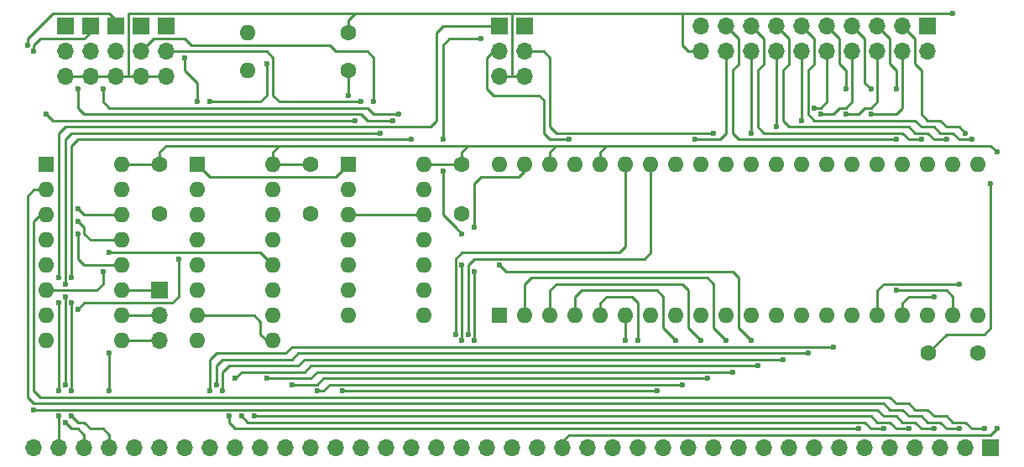
<source format=gtl>
G04 #@! TF.FileFunction,Copper,L1,Top,Signal*
%FSLAX46Y46*%
G04 Gerber Fmt 4.6, Leading zero omitted, Abs format (unit mm)*
G04 Created by KiCad (PCBNEW 4.0.7) date 09/16/19 13:34:44*
%MOMM*%
%LPD*%
G01*
G04 APERTURE LIST*
%ADD10C,0.100000*%
%ADD11C,1.600000*%
%ADD12R,1.700000X1.700000*%
%ADD13O,1.700000X1.700000*%
%ADD14O,1.600000X1.600000*%
%ADD15R,1.600000X1.600000*%
%ADD16C,0.600000*%
%ADD17C,0.250000*%
G04 APERTURE END LIST*
D10*
D11*
X105410000Y-109855000D03*
X105410000Y-114855000D03*
X120650000Y-109855000D03*
X120650000Y-114855000D03*
X135890000Y-109855000D03*
X135890000Y-114855000D03*
D12*
X189230000Y-138430000D03*
D13*
X186690000Y-138430000D03*
X184150000Y-138430000D03*
X181610000Y-138430000D03*
X179070000Y-138430000D03*
X176530000Y-138430000D03*
X173990000Y-138430000D03*
X171450000Y-138430000D03*
X168910000Y-138430000D03*
X166370000Y-138430000D03*
X163830000Y-138430000D03*
X161290000Y-138430000D03*
X158750000Y-138430000D03*
X156210000Y-138430000D03*
X153670000Y-138430000D03*
X151130000Y-138430000D03*
X148590000Y-138430000D03*
X146050000Y-138430000D03*
X143510000Y-138430000D03*
X140970000Y-138430000D03*
X138430000Y-138430000D03*
X135890000Y-138430000D03*
X133350000Y-138430000D03*
X130810000Y-138430000D03*
X128270000Y-138430000D03*
X125730000Y-138430000D03*
X123190000Y-138430000D03*
X120650000Y-138430000D03*
X118110000Y-138430000D03*
X115570000Y-138430000D03*
X113030000Y-138430000D03*
X110490000Y-138430000D03*
X107950000Y-138430000D03*
X105410000Y-138430000D03*
X102870000Y-138430000D03*
X100330000Y-138430000D03*
X97790000Y-138430000D03*
X95250000Y-138430000D03*
X92710000Y-138430000D03*
D12*
X95885000Y-95885000D03*
D13*
X95885000Y-98425000D03*
X95885000Y-100965000D03*
D12*
X98425000Y-95885000D03*
D13*
X98425000Y-98425000D03*
X98425000Y-100965000D03*
D12*
X103505000Y-95885000D03*
D13*
X103505000Y-98425000D03*
X103505000Y-100965000D03*
D12*
X100965000Y-95885000D03*
D13*
X100965000Y-98425000D03*
X100965000Y-100965000D03*
D11*
X124460000Y-100330000D03*
D14*
X114300000Y-100330000D03*
D11*
X124460000Y-96520000D03*
D14*
X114300000Y-96520000D03*
D15*
X93980000Y-109855000D03*
D14*
X101600000Y-127635000D03*
X93980000Y-112395000D03*
X101600000Y-125095000D03*
X93980000Y-114935000D03*
X101600000Y-122555000D03*
X93980000Y-117475000D03*
X101600000Y-120015000D03*
X93980000Y-120015000D03*
X101600000Y-117475000D03*
X93980000Y-122555000D03*
X101600000Y-114935000D03*
X93980000Y-125095000D03*
X101600000Y-112395000D03*
X93980000Y-127635000D03*
X101600000Y-109855000D03*
D15*
X109220000Y-109855000D03*
D14*
X116840000Y-127635000D03*
X109220000Y-112395000D03*
X116840000Y-125095000D03*
X109220000Y-114935000D03*
X116840000Y-122555000D03*
X109220000Y-117475000D03*
X116840000Y-120015000D03*
X109220000Y-120015000D03*
X116840000Y-117475000D03*
X109220000Y-122555000D03*
X116840000Y-114935000D03*
X109220000Y-125095000D03*
X116840000Y-112395000D03*
X109220000Y-127635000D03*
X116840000Y-109855000D03*
D15*
X124460000Y-109855000D03*
D14*
X132080000Y-125095000D03*
X124460000Y-112395000D03*
X132080000Y-122555000D03*
X124460000Y-114935000D03*
X132080000Y-120015000D03*
X124460000Y-117475000D03*
X132080000Y-117475000D03*
X124460000Y-120015000D03*
X132080000Y-114935000D03*
X124460000Y-122555000D03*
X132080000Y-112395000D03*
X124460000Y-125095000D03*
X132080000Y-109855000D03*
D15*
X139700000Y-125095000D03*
D14*
X187960000Y-109855000D03*
X142240000Y-125095000D03*
X185420000Y-109855000D03*
X144780000Y-125095000D03*
X182880000Y-109855000D03*
X147320000Y-125095000D03*
X180340000Y-109855000D03*
X149860000Y-125095000D03*
X177800000Y-109855000D03*
X152400000Y-125095000D03*
X175260000Y-109855000D03*
X154940000Y-125095000D03*
X172720000Y-109855000D03*
X157480000Y-125095000D03*
X170180000Y-109855000D03*
X160020000Y-125095000D03*
X167640000Y-109855000D03*
X162560000Y-125095000D03*
X165100000Y-109855000D03*
X165100000Y-125095000D03*
X162560000Y-109855000D03*
X167640000Y-125095000D03*
X160020000Y-109855000D03*
X170180000Y-125095000D03*
X157480000Y-109855000D03*
X172720000Y-125095000D03*
X154940000Y-109855000D03*
X175260000Y-125095000D03*
X152400000Y-109855000D03*
X177800000Y-125095000D03*
X149860000Y-109855000D03*
X180340000Y-125095000D03*
X147320000Y-109855000D03*
X182880000Y-125095000D03*
X144780000Y-109855000D03*
X185420000Y-125095000D03*
X142240000Y-109855000D03*
X187960000Y-125095000D03*
X139700000Y-109855000D03*
D11*
X187960000Y-128905000D03*
X182960000Y-128905000D03*
D12*
X139700000Y-95885000D03*
D13*
X139700000Y-98425000D03*
X139700000Y-100965000D03*
D12*
X182880000Y-95885000D03*
D13*
X182880000Y-98425000D03*
X180340000Y-95885000D03*
X180340000Y-98425000D03*
X177800000Y-95885000D03*
X177800000Y-98425000D03*
X175260000Y-95885000D03*
X175260000Y-98425000D03*
X172720000Y-95885000D03*
X172720000Y-98425000D03*
X170180000Y-95885000D03*
X170180000Y-98425000D03*
X167640000Y-95885000D03*
X167640000Y-98425000D03*
X165100000Y-95885000D03*
X165100000Y-98425000D03*
X162560000Y-95885000D03*
X162560000Y-98425000D03*
X160020000Y-95885000D03*
X160020000Y-98425000D03*
D12*
X142240000Y-95885000D03*
D13*
X142240000Y-98425000D03*
X142240000Y-100965000D03*
D12*
X106045000Y-95885000D03*
D13*
X106045000Y-98425000D03*
X106045000Y-100965000D03*
D12*
X105410000Y-122555000D03*
D13*
X105410000Y-125095000D03*
X105410000Y-127635000D03*
D16*
X99695000Y-120650000D03*
X189865000Y-108585000D03*
X185420000Y-94615000D03*
X189865000Y-136525000D03*
X189230000Y-111760000D03*
X188595000Y-136525000D03*
X186055000Y-136525000D03*
X92710000Y-134620000D03*
X183515000Y-136525000D03*
X114935000Y-135255000D03*
X180975000Y-136525000D03*
X178435000Y-136525000D03*
X113665000Y-135255000D03*
X175895000Y-136525000D03*
X112395000Y-135255000D03*
X100330000Y-118745000D03*
X100330000Y-128905000D03*
X100330000Y-132715000D03*
X130810000Y-107315000D03*
X96520000Y-135255000D03*
X96520000Y-132715000D03*
X96520000Y-123825000D03*
X96520000Y-121285000D03*
X127635000Y-106680000D03*
X95885000Y-135890000D03*
X95885000Y-132080000D03*
X95885000Y-123190000D03*
X95885000Y-121920000D03*
X146685000Y-107315000D03*
X93980000Y-104775000D03*
X125095000Y-105410000D03*
X97155000Y-114300000D03*
X97155000Y-102235000D03*
X128905000Y-105410000D03*
X92710000Y-98425000D03*
X97155000Y-115570000D03*
X127000000Y-103505000D03*
X116205000Y-99695000D03*
X110490000Y-103505000D03*
X99695000Y-102235000D03*
X129540000Y-104775000D03*
X92075000Y-97790000D03*
X97155000Y-116840000D03*
X124460000Y-102870000D03*
X97155000Y-124460000D03*
X107315000Y-119380000D03*
X109220000Y-103505000D03*
X107950000Y-99060000D03*
X139700000Y-120015000D03*
X165100000Y-127635000D03*
X162560000Y-127635000D03*
X160020000Y-127635000D03*
X157480000Y-127635000D03*
X153670000Y-127635000D03*
X152400000Y-127635000D03*
X137160000Y-116205000D03*
X137160000Y-120650000D03*
X137160000Y-127635000D03*
X136525000Y-127000000D03*
X161290000Y-106680000D03*
X135255000Y-127000000D03*
X123825000Y-132715000D03*
X155575000Y-132715000D03*
X121285000Y-132715000D03*
X158115000Y-132080000D03*
X118745000Y-132080000D03*
X160655000Y-131445000D03*
X116205000Y-131445000D03*
X163195000Y-130810000D03*
X113030000Y-131445000D03*
X165735000Y-130175000D03*
X111760000Y-132715000D03*
X168275000Y-129540000D03*
X111125000Y-132080000D03*
X170815000Y-128905000D03*
X110490000Y-132715000D03*
X173355000Y-128270000D03*
X95250000Y-121285000D03*
X95250000Y-123825000D03*
X95250000Y-132715000D03*
X95250000Y-135255000D03*
X186055000Y-121920000D03*
X186690000Y-106680000D03*
X177165000Y-104775000D03*
X179705000Y-102235000D03*
X183515000Y-123190000D03*
X174625000Y-104775000D03*
X177165000Y-102235000D03*
X172085000Y-104775000D03*
X174625000Y-102235000D03*
X179705000Y-122555000D03*
X171450000Y-104140000D03*
X187325000Y-107315000D03*
X170180000Y-105410000D03*
X184785000Y-107315000D03*
X167640000Y-106045000D03*
X182245000Y-107315000D03*
X165100000Y-106680000D03*
X179705000Y-107315000D03*
X159385000Y-107315000D03*
X133985000Y-110490000D03*
X133985000Y-107315000D03*
X135890000Y-127635000D03*
X135890000Y-116840000D03*
X135890000Y-120015000D03*
X137795000Y-97155000D03*
X125730000Y-103505000D03*
D17*
X104140000Y-94615000D02*
X102235000Y-94615000D01*
X102235000Y-94615000D02*
X102235000Y-100965000D01*
X108585000Y-94615000D02*
X104140000Y-94615000D01*
X125095000Y-94615000D02*
X120650000Y-94615000D01*
X120650000Y-94615000D02*
X108585000Y-94615000D01*
X103505000Y-100965000D02*
X106045000Y-100965000D01*
X100965000Y-100965000D02*
X102235000Y-100965000D01*
X102235000Y-100965000D02*
X103505000Y-100965000D01*
X99695000Y-120650000D02*
X99695000Y-121920000D01*
X124460000Y-96520000D02*
X124460000Y-95250000D01*
X124460000Y-95250000D02*
X125095000Y-94615000D01*
X140970000Y-94615000D02*
X137795000Y-94615000D01*
X137795000Y-94615000D02*
X125095000Y-94615000D01*
X98425000Y-100965000D02*
X100965000Y-100965000D01*
X95885000Y-100965000D02*
X98425000Y-100965000D01*
X99060000Y-122555000D02*
X93980000Y-122555000D01*
X99695000Y-121920000D02*
X99060000Y-122555000D01*
X117475000Y-107950000D02*
X106045000Y-107950000D01*
X105410000Y-108585000D02*
X105410000Y-109855000D01*
X106045000Y-107950000D02*
X105410000Y-108585000D01*
X136525000Y-107950000D02*
X117475000Y-107950000D01*
X116840000Y-108585000D02*
X116840000Y-109855000D01*
X117475000Y-107950000D02*
X116840000Y-108585000D01*
X145415000Y-107950000D02*
X136525000Y-107950000D01*
X135890000Y-108585000D02*
X135890000Y-109855000D01*
X136525000Y-107950000D02*
X135890000Y-108585000D01*
X150495000Y-107950000D02*
X145415000Y-107950000D01*
X144780000Y-108585000D02*
X144780000Y-109855000D01*
X145415000Y-107950000D02*
X144780000Y-108585000D01*
X149860000Y-109855000D02*
X149860000Y-108585000D01*
X150495000Y-107950000D02*
X149860000Y-108585000D01*
X189230000Y-107950000D02*
X150495000Y-107950000D01*
X189230000Y-107950000D02*
X189865000Y-108585000D01*
X140970000Y-100965000D02*
X140970000Y-94615000D01*
X142240000Y-100965000D02*
X140970000Y-100965000D01*
X140970000Y-100965000D02*
X139700000Y-100965000D01*
X160020000Y-98425000D02*
X158750000Y-98425000D01*
X158115000Y-97790000D02*
X158115000Y-94615000D01*
X158750000Y-98425000D02*
X158115000Y-97790000D01*
X158750000Y-94615000D02*
X161290000Y-94615000D01*
X158115000Y-94615000D02*
X158750000Y-94615000D01*
X161290000Y-94615000D02*
X185420000Y-94615000D01*
X140970000Y-94615000D02*
X158115000Y-94615000D01*
X186690000Y-137160000D02*
X189230000Y-137160000D01*
X186690000Y-137160000D02*
X146685000Y-137160000D01*
X146050000Y-137795000D02*
X146685000Y-137160000D01*
X189230000Y-137160000D02*
X189865000Y-136525000D01*
X149860000Y-109220000D02*
X149860000Y-109855000D01*
X135890000Y-109855000D02*
X135890000Y-109220000D01*
X144780000Y-109220000D02*
X144780000Y-109855000D01*
X132080000Y-109855000D02*
X135890000Y-109855000D01*
X116840000Y-109855000D02*
X120650000Y-109855000D01*
X101600000Y-109855000D02*
X105410000Y-109855000D01*
X146050000Y-137795000D02*
X146050000Y-138430000D01*
X182960000Y-128905000D02*
X182960000Y-128825000D01*
X182960000Y-128825000D02*
X184785000Y-127000000D01*
X184785000Y-127000000D02*
X188595000Y-127000000D01*
X188595000Y-127000000D02*
X189230000Y-126365000D01*
X189230000Y-126365000D02*
X189230000Y-111760000D01*
X93980000Y-114935000D02*
X93345000Y-114935000D01*
X93345000Y-114935000D02*
X92710000Y-115570000D01*
X92710000Y-132715000D02*
X93345000Y-133350000D01*
X92710000Y-115570000D02*
X92710000Y-132715000D01*
X116840000Y-133350000D02*
X93345000Y-133350000D01*
X188595000Y-136525000D02*
X187325000Y-136525000D01*
X187325000Y-136525000D02*
X186690000Y-135890000D01*
X186690000Y-135890000D02*
X185420000Y-135890000D01*
X185420000Y-135890000D02*
X184785000Y-135255000D01*
X184785000Y-135255000D02*
X183515000Y-135255000D01*
X183515000Y-135255000D02*
X182880000Y-134620000D01*
X182880000Y-134620000D02*
X181610000Y-134620000D01*
X181610000Y-134620000D02*
X180975000Y-133985000D01*
X180975000Y-133985000D02*
X179705000Y-133985000D01*
X179705000Y-133985000D02*
X179070000Y-133350000D01*
X179070000Y-133350000D02*
X116840000Y-133350000D01*
X92710000Y-133985000D02*
X92075000Y-133350000D01*
X92710000Y-112395000D02*
X93980000Y-112395000D01*
X92075000Y-113030000D02*
X92710000Y-112395000D01*
X92075000Y-133350000D02*
X92075000Y-113030000D01*
X92710000Y-133985000D02*
X116205000Y-133985000D01*
X186055000Y-136525000D02*
X184785000Y-136525000D01*
X184785000Y-136525000D02*
X184150000Y-135890000D01*
X184150000Y-135890000D02*
X182880000Y-135890000D01*
X182880000Y-135890000D02*
X182245000Y-135255000D01*
X182245000Y-135255000D02*
X180975000Y-135255000D01*
X180975000Y-135255000D02*
X180340000Y-134620000D01*
X180340000Y-134620000D02*
X179070000Y-134620000D01*
X179070000Y-134620000D02*
X178435000Y-133985000D01*
X178435000Y-133985000D02*
X116205000Y-133985000D01*
X177800000Y-134620000D02*
X115570000Y-134620000D01*
X178435000Y-135255000D02*
X177800000Y-134620000D01*
X179705000Y-135255000D02*
X178435000Y-135255000D01*
X180340000Y-135890000D02*
X179705000Y-135255000D01*
X181610000Y-135890000D02*
X180340000Y-135890000D01*
X182245000Y-136525000D02*
X181610000Y-135890000D01*
X183515000Y-136525000D02*
X182245000Y-136525000D01*
X92710000Y-134620000D02*
X115570000Y-134620000D01*
X180975000Y-136525000D02*
X179705000Y-136525000D01*
X179705000Y-136525000D02*
X179070000Y-135890000D01*
X179070000Y-135890000D02*
X177800000Y-135890000D01*
X177800000Y-135890000D02*
X177165000Y-135255000D01*
X177165000Y-135255000D02*
X114935000Y-135255000D01*
X114300000Y-135890000D02*
X113665000Y-135255000D01*
X178435000Y-136525000D02*
X177165000Y-136525000D01*
X177165000Y-136525000D02*
X176530000Y-135890000D01*
X176530000Y-135890000D02*
X114300000Y-135890000D01*
X112395000Y-135890000D02*
X112395000Y-135255000D01*
X175895000Y-136525000D02*
X113030000Y-136525000D01*
X113030000Y-136525000D02*
X112395000Y-135890000D01*
X116840000Y-120015000D02*
X115570000Y-118745000D01*
X115570000Y-118745000D02*
X100330000Y-118745000D01*
X100330000Y-128905000D02*
X100330000Y-132715000D01*
X130810000Y-107315000D02*
X125730000Y-107315000D01*
X96520000Y-107950000D02*
X97155000Y-107315000D01*
X100330000Y-137160000D02*
X99695000Y-136525000D01*
X99695000Y-136525000D02*
X98425000Y-136525000D01*
X98425000Y-136525000D02*
X97790000Y-135890000D01*
X97790000Y-135890000D02*
X97155000Y-135890000D01*
X97155000Y-135890000D02*
X96520000Y-135255000D01*
X96520000Y-132715000D02*
X96520000Y-123825000D01*
X96520000Y-121285000D02*
X96520000Y-107950000D01*
X100330000Y-138430000D02*
X100330000Y-137160000D01*
X97155000Y-107315000D02*
X125730000Y-107315000D01*
X100330000Y-138430000D02*
X100330000Y-137795000D01*
X127635000Y-106680000D02*
X127000000Y-106680000D01*
X127000000Y-106680000D02*
X126365000Y-106680000D01*
X95885000Y-107315000D02*
X96520000Y-106680000D01*
X126365000Y-106680000D02*
X125095000Y-106680000D01*
X95885000Y-107950000D02*
X95885000Y-107315000D01*
X97790000Y-137160000D02*
X97155000Y-136525000D01*
X97155000Y-136525000D02*
X96520000Y-136525000D01*
X96520000Y-136525000D02*
X95885000Y-135890000D01*
X95885000Y-132080000D02*
X95885000Y-123190000D01*
X95885000Y-121920000D02*
X95885000Y-107950000D01*
X97790000Y-137160000D02*
X97790000Y-138430000D01*
X96520000Y-106680000D02*
X125095000Y-106680000D01*
X139700000Y-98425000D02*
X139065000Y-98425000D01*
X139065000Y-98425000D02*
X138430000Y-99060000D01*
X138430000Y-99060000D02*
X138430000Y-102235000D01*
X138430000Y-102235000D02*
X139065000Y-102870000D01*
X139065000Y-102870000D02*
X143694998Y-102870000D01*
X143694998Y-102870000D02*
X144145000Y-103320002D01*
X144145000Y-103320002D02*
X144145000Y-106680000D01*
X144145000Y-106680000D02*
X144780000Y-107315000D01*
X144780000Y-107315000D02*
X146685000Y-107315000D01*
X123825000Y-105410000D02*
X125095000Y-105410000D01*
X94615000Y-105410000D02*
X106680000Y-105410000D01*
X93980000Y-104775000D02*
X94615000Y-105410000D01*
X123825000Y-105410000D02*
X106680000Y-105410000D01*
X97790000Y-114935000D02*
X101600000Y-114935000D01*
X97155000Y-114300000D02*
X97790000Y-114935000D01*
X125730000Y-104775000D02*
X126365000Y-105410000D01*
X123825000Y-104775000D02*
X106680000Y-104775000D01*
X97155000Y-102235000D02*
X97155000Y-104140000D01*
X97155000Y-104140000D02*
X97790000Y-104775000D01*
X97790000Y-104775000D02*
X106680000Y-104775000D01*
X125730000Y-104775000D02*
X123825000Y-104775000D01*
X126365000Y-105410000D02*
X128905000Y-105410000D01*
X93345000Y-97155000D02*
X93980000Y-97155000D01*
X92710000Y-97790000D02*
X93345000Y-97155000D01*
X92710000Y-98425000D02*
X92710000Y-97790000D01*
X97155000Y-97155000D02*
X97790000Y-97155000D01*
X93980000Y-97155000D02*
X97155000Y-97155000D01*
X97790000Y-97155000D02*
X98425000Y-96520000D01*
X98425000Y-96520000D02*
X98425000Y-95885000D01*
X98425000Y-117475000D02*
X97790000Y-116840000D01*
X97790000Y-116840000D02*
X97790000Y-116205000D01*
X97790000Y-116205000D02*
X97155000Y-115570000D01*
X101600000Y-117475000D02*
X98425000Y-117475000D01*
X122555000Y-97790000D02*
X108585000Y-97790000D01*
X108585000Y-97790000D02*
X107950000Y-97155000D01*
X126365000Y-98425000D02*
X125730000Y-98425000D01*
X127000000Y-99060000D02*
X126365000Y-98425000D01*
X127000000Y-103505000D02*
X127000000Y-99060000D01*
X122555000Y-97790000D02*
X123190000Y-98425000D01*
X103505000Y-98425000D02*
X104775000Y-97155000D01*
X104775000Y-97155000D02*
X107950000Y-97155000D01*
X123190000Y-98425000D02*
X125730000Y-98425000D01*
X116205000Y-102870000D02*
X116205000Y-99695000D01*
X115570000Y-103505000D02*
X116205000Y-102870000D01*
X110490000Y-103505000D02*
X115570000Y-103505000D01*
X116840000Y-127635000D02*
X116205000Y-127635000D01*
X116205000Y-127635000D02*
X115570000Y-127000000D01*
X114935000Y-125095000D02*
X113665000Y-125095000D01*
X113665000Y-125095000D02*
X109220000Y-125095000D01*
X115570000Y-125730000D02*
X114935000Y-125095000D01*
X115570000Y-127000000D02*
X115570000Y-125730000D01*
X123825000Y-104140000D02*
X126365000Y-104140000D01*
X100330000Y-104140000D02*
X106680000Y-104140000D01*
X99695000Y-103505000D02*
X100330000Y-104140000D01*
X99695000Y-102235000D02*
X99695000Y-103505000D01*
X123825000Y-104140000D02*
X106680000Y-104140000D01*
X127000000Y-104775000D02*
X129540000Y-104775000D01*
X126365000Y-104140000D02*
X127000000Y-104775000D01*
X92075000Y-97155000D02*
X92710000Y-96520000D01*
X92075000Y-97790000D02*
X92075000Y-97155000D01*
X100965000Y-95885000D02*
X100965000Y-95250000D01*
X100965000Y-95250000D02*
X100330000Y-94615000D01*
X93345000Y-95885000D02*
X92710000Y-96520000D01*
X93980000Y-95250000D02*
X93345000Y-95885000D01*
X94615000Y-94615000D02*
X93980000Y-95250000D01*
X100330000Y-94615000D02*
X94615000Y-94615000D01*
X101600000Y-120015000D02*
X97790000Y-120015000D01*
X97155000Y-119380000D02*
X97155000Y-116840000D01*
X97790000Y-120015000D02*
X97155000Y-119380000D01*
X124460000Y-102870000D02*
X124460000Y-100330000D01*
X109220000Y-109855000D02*
X110490000Y-111125000D01*
X123190000Y-111125000D02*
X124460000Y-109855000D01*
X110490000Y-111125000D02*
X123190000Y-111125000D01*
X97790000Y-123825000D02*
X97155000Y-124460000D01*
X106680000Y-123825000D02*
X97790000Y-123825000D01*
X107315000Y-123190000D02*
X106680000Y-123825000D01*
X107315000Y-119380000D02*
X107315000Y-123190000D01*
X109220000Y-103505000D02*
X109220000Y-101600000D01*
X107950000Y-100330000D02*
X109220000Y-101600000D01*
X107950000Y-99060000D02*
X107950000Y-100330000D01*
X124460000Y-114935000D02*
X132080000Y-114935000D01*
X139700000Y-120015000D02*
X140335000Y-120650000D01*
X163195000Y-120650000D02*
X140335000Y-120650000D01*
X163830000Y-121285000D02*
X163195000Y-120650000D01*
X163830000Y-126365000D02*
X163830000Y-121285000D01*
X165100000Y-127635000D02*
X163830000Y-126365000D01*
X142240000Y-121920000D02*
X142240000Y-125095000D01*
X142875000Y-121285000D02*
X142240000Y-121920000D01*
X160655000Y-121285000D02*
X142875000Y-121285000D01*
X161290000Y-121920000D02*
X160655000Y-121285000D01*
X161290000Y-126365000D02*
X161290000Y-121920000D01*
X162560000Y-127635000D02*
X161290000Y-126365000D01*
X144780000Y-122555000D02*
X144780000Y-125095000D01*
X145415000Y-121920000D02*
X144780000Y-122555000D01*
X158115000Y-121920000D02*
X145415000Y-121920000D01*
X158750000Y-122555000D02*
X158115000Y-121920000D01*
X158750000Y-126365000D02*
X158750000Y-122555000D01*
X160020000Y-127635000D02*
X158750000Y-126365000D01*
X147320000Y-123190000D02*
X147320000Y-125095000D01*
X147955000Y-122555000D02*
X147320000Y-123190000D01*
X155575000Y-122555000D02*
X147955000Y-122555000D01*
X156210000Y-123190000D02*
X155575000Y-122555000D01*
X156210000Y-126365000D02*
X156210000Y-123190000D01*
X157480000Y-127635000D02*
X156210000Y-126365000D01*
X149860000Y-123825000D02*
X149860000Y-125095000D01*
X150495000Y-123190000D02*
X149860000Y-123825000D01*
X153035000Y-123190000D02*
X150495000Y-123190000D01*
X153670000Y-123825000D02*
X153035000Y-123190000D01*
X153670000Y-127635000D02*
X153670000Y-123825000D01*
X152400000Y-127635000D02*
X152400000Y-125095000D01*
X140970000Y-111125000D02*
X141605000Y-111125000D01*
X141605000Y-111125000D02*
X142240000Y-110490000D01*
X142240000Y-110490000D02*
X142240000Y-109855000D01*
X137160000Y-116205000D02*
X137160000Y-111760000D01*
X137795000Y-111125000D02*
X140970000Y-111125000D01*
X137160000Y-111760000D02*
X137795000Y-111125000D01*
X137160000Y-127635000D02*
X137160000Y-120650000D01*
X136525000Y-127000000D02*
X136525000Y-120015000D01*
X154940000Y-118745000D02*
X154940000Y-109855000D01*
X154305000Y-119380000D02*
X154940000Y-118745000D01*
X137160000Y-119380000D02*
X154305000Y-119380000D01*
X136525000Y-120015000D02*
X137160000Y-119380000D01*
X142240000Y-98425000D02*
X144145000Y-98425000D01*
X145415000Y-106680000D02*
X146050000Y-106680000D01*
X144780000Y-106045000D02*
X145415000Y-106680000D01*
X144780000Y-99060000D02*
X144780000Y-106045000D01*
X144145000Y-98425000D02*
X144780000Y-99060000D01*
X161290000Y-106680000D02*
X146050000Y-106680000D01*
X135255000Y-127000000D02*
X135255000Y-119380000D01*
X152400000Y-118110000D02*
X152400000Y-109855000D01*
X151765000Y-118745000D02*
X152400000Y-118110000D01*
X135890000Y-118745000D02*
X151765000Y-118745000D01*
X135255000Y-119380000D02*
X135890000Y-118745000D01*
X130175000Y-132715000D02*
X155575000Y-132715000D01*
X123825000Y-132715000D02*
X130175000Y-132715000D01*
X128905000Y-132080000D02*
X158115000Y-132080000D01*
X121285000Y-132715000D02*
X121920000Y-132715000D01*
X121920000Y-132715000D02*
X122555000Y-132080000D01*
X122555000Y-132080000D02*
X128905000Y-132080000D01*
X128905000Y-131445000D02*
X160655000Y-131445000D01*
X118745000Y-132080000D02*
X121285000Y-132080000D01*
X121285000Y-132080000D02*
X121920000Y-131445000D01*
X121920000Y-131445000D02*
X128905000Y-131445000D01*
X121285000Y-130810000D02*
X128270000Y-130810000D01*
X120650000Y-131445000D02*
X121285000Y-130810000D01*
X116205000Y-131445000D02*
X120650000Y-131445000D01*
X161925000Y-130810000D02*
X128270000Y-130810000D01*
X163195000Y-130810000D02*
X161925000Y-130810000D01*
X113665000Y-130810000D02*
X113030000Y-131445000D01*
X113665000Y-130810000D02*
X120015000Y-130810000D01*
X120015000Y-130810000D02*
X120650000Y-130175000D01*
X127635000Y-130175000D02*
X120650000Y-130175000D01*
X161925000Y-130175000D02*
X127635000Y-130175000D01*
X165735000Y-130175000D02*
X161925000Y-130175000D01*
X111760000Y-132715000D02*
X111760000Y-130810000D01*
X111760000Y-130810000D02*
X112395000Y-130175000D01*
X120015000Y-129540000D02*
X127000000Y-129540000D01*
X119380000Y-130175000D02*
X120015000Y-129540000D01*
X112395000Y-130175000D02*
X119380000Y-130175000D01*
X163195000Y-129540000D02*
X127000000Y-129540000D01*
X168275000Y-129540000D02*
X163195000Y-129540000D01*
X111760000Y-129540000D02*
X111125000Y-130175000D01*
X111125000Y-130175000D02*
X111125000Y-132080000D01*
X119380000Y-128905000D02*
X127000000Y-128905000D01*
X118745000Y-129540000D02*
X119380000Y-128905000D01*
X111760000Y-129540000D02*
X118745000Y-129540000D01*
X164465000Y-128905000D02*
X127000000Y-128905000D01*
X170815000Y-128905000D02*
X164465000Y-128905000D01*
X111125000Y-128905000D02*
X110490000Y-129540000D01*
X110490000Y-129540000D02*
X110490000Y-132715000D01*
X118745000Y-128270000D02*
X126365000Y-128270000D01*
X118110000Y-128905000D02*
X118745000Y-128270000D01*
X111125000Y-128905000D02*
X118110000Y-128905000D01*
X163830000Y-128270000D02*
X126365000Y-128270000D01*
X173355000Y-128270000D02*
X163830000Y-128270000D01*
X124460000Y-106045000D02*
X132715000Y-106045000D01*
X95250000Y-106680000D02*
X95885000Y-106045000D01*
X95885000Y-106045000D02*
X124460000Y-106045000D01*
X95250000Y-138430000D02*
X95250000Y-135255000D01*
X95250000Y-121285000D02*
X95250000Y-107950000D01*
X95250000Y-132715000D02*
X95250000Y-123825000D01*
X95250000Y-107950000D02*
X95250000Y-106680000D01*
X133985000Y-95885000D02*
X139700000Y-95885000D01*
X133350000Y-96520000D02*
X133985000Y-95885000D01*
X133350000Y-105410000D02*
X133350000Y-96520000D01*
X132715000Y-106045000D02*
X133350000Y-105410000D01*
X178435000Y-121920000D02*
X177800000Y-122555000D01*
X186055000Y-121920000D02*
X178435000Y-121920000D01*
X181610000Y-97155000D02*
X181610000Y-99695000D01*
X182245000Y-104775000D02*
X182880000Y-105410000D01*
X182880000Y-105410000D02*
X184150000Y-105410000D01*
X184150000Y-105410000D02*
X184785000Y-106045000D01*
X184785000Y-106045000D02*
X186055000Y-106045000D01*
X186055000Y-106045000D02*
X186690000Y-106680000D01*
X180340000Y-95885000D02*
X181610000Y-97155000D01*
X182245000Y-100330000D02*
X182245000Y-104775000D01*
X181610000Y-99695000D02*
X182245000Y-100330000D01*
X177800000Y-122555000D02*
X177800000Y-125095000D01*
X180340000Y-98425000D02*
X180340000Y-104140000D01*
X179705000Y-104775000D02*
X180340000Y-104140000D01*
X179705000Y-104775000D02*
X177165000Y-104775000D01*
X180340000Y-125095000D02*
X180340000Y-123825000D01*
X180975000Y-123190000D02*
X183515000Y-123190000D01*
X180340000Y-123825000D02*
X180975000Y-123190000D01*
X179070000Y-99695000D02*
X179705000Y-100330000D01*
X179705000Y-100330000D02*
X179705000Y-102235000D01*
X177800000Y-95885000D02*
X179070000Y-97155000D01*
X179070000Y-97155000D02*
X179070000Y-99695000D01*
X176530000Y-104140000D02*
X175895000Y-104775000D01*
X175895000Y-104775000D02*
X174625000Y-104775000D01*
X177800000Y-98425000D02*
X177800000Y-103505000D01*
X177165000Y-104140000D02*
X177800000Y-103505000D01*
X176530000Y-104140000D02*
X177165000Y-104140000D01*
X177165000Y-102235000D02*
X176530000Y-101600000D01*
X176530000Y-97155000D02*
X176530000Y-101600000D01*
X175260000Y-95885000D02*
X176530000Y-97155000D01*
X175260000Y-102870000D02*
X175260000Y-103505000D01*
X173355000Y-104775000D02*
X172720000Y-104775000D01*
X173990000Y-104140000D02*
X173355000Y-104775000D01*
X174625000Y-104140000D02*
X173990000Y-104140000D01*
X175260000Y-103505000D02*
X174625000Y-104140000D01*
X175260000Y-98425000D02*
X175260000Y-102870000D01*
X172720000Y-104775000D02*
X172085000Y-104775000D01*
X185420000Y-123190000D02*
X184785000Y-122555000D01*
X184785000Y-122555000D02*
X179705000Y-122555000D01*
X185420000Y-125095000D02*
X185420000Y-123190000D01*
X173990000Y-99695000D02*
X174625000Y-100330000D01*
X173990000Y-97155000D02*
X173990000Y-99695000D01*
X172720000Y-95885000D02*
X173990000Y-97155000D01*
X174625000Y-100330000D02*
X174625000Y-102235000D01*
X185420000Y-124460000D02*
X185420000Y-125095000D01*
X172720000Y-98425000D02*
X172720000Y-103505000D01*
X172085000Y-104140000D02*
X171450000Y-104140000D01*
X172720000Y-103505000D02*
X172085000Y-104140000D01*
X171450000Y-99695000D02*
X170815000Y-100330000D01*
X171450000Y-105410000D02*
X172085000Y-105410000D01*
X170815000Y-104775000D02*
X171450000Y-105410000D01*
X170815000Y-100330000D02*
X170815000Y-104775000D01*
X171450000Y-97155000D02*
X170180000Y-95885000D01*
X171450000Y-99695000D02*
X171450000Y-97155000D01*
X181610000Y-105410000D02*
X172085000Y-105410000D01*
X182245000Y-106045000D02*
X181610000Y-105410000D01*
X183515000Y-106045000D02*
X182245000Y-106045000D01*
X184150000Y-106680000D02*
X183515000Y-106045000D01*
X185420000Y-106680000D02*
X184150000Y-106680000D01*
X186055000Y-107315000D02*
X185420000Y-106680000D01*
X187325000Y-107315000D02*
X186055000Y-107315000D01*
X170180000Y-98425000D02*
X170180000Y-105410000D01*
X168910000Y-99695000D02*
X168275000Y-100330000D01*
X168910000Y-106045000D02*
X169545000Y-106045000D01*
X168275000Y-105410000D02*
X168910000Y-106045000D01*
X168275000Y-100330000D02*
X168275000Y-105410000D01*
X167640000Y-95885000D02*
X168910000Y-97155000D01*
X169545000Y-106045000D02*
X180975000Y-106045000D01*
X180975000Y-106045000D02*
X181610000Y-106680000D01*
X181610000Y-106680000D02*
X182880000Y-106680000D01*
X182880000Y-106680000D02*
X183515000Y-107315000D01*
X183515000Y-107315000D02*
X184785000Y-107315000D01*
X168910000Y-97155000D02*
X168910000Y-99695000D01*
X167640000Y-98425000D02*
X167640000Y-106045000D01*
X166370000Y-99695000D02*
X165735000Y-100330000D01*
X166370000Y-106680000D02*
X167005000Y-106680000D01*
X165735000Y-106045000D02*
X166370000Y-106680000D01*
X165735000Y-100330000D02*
X165735000Y-106045000D01*
X165100000Y-95885000D02*
X166370000Y-97155000D01*
X167005000Y-106680000D02*
X180340000Y-106680000D01*
X180340000Y-106680000D02*
X180975000Y-107315000D01*
X180975000Y-107315000D02*
X182245000Y-107315000D01*
X166370000Y-97155000D02*
X166370000Y-99695000D01*
X165100000Y-98425000D02*
X165100000Y-106680000D01*
X163830000Y-99695000D02*
X163195000Y-100330000D01*
X163830000Y-107315000D02*
X164465000Y-107315000D01*
X163195000Y-106680000D02*
X163830000Y-107315000D01*
X163195000Y-100330000D02*
X163195000Y-106680000D01*
X162560000Y-95885000D02*
X163830000Y-97155000D01*
X164465000Y-107315000D02*
X179705000Y-107315000D01*
X163830000Y-97155000D02*
X163830000Y-99695000D01*
X162560000Y-98425000D02*
X162560000Y-106680000D01*
X161925000Y-107315000D02*
X159385000Y-107315000D01*
X162560000Y-106680000D02*
X161925000Y-107315000D01*
X133985000Y-106045000D02*
X133985000Y-97790000D01*
X133985000Y-114935000D02*
X133985000Y-111760000D01*
X133985000Y-111760000D02*
X133985000Y-110490000D01*
X133985000Y-107315000D02*
X133985000Y-106045000D01*
X135890000Y-127635000D02*
X135890000Y-120015000D01*
X135890000Y-116840000D02*
X135255000Y-116205000D01*
X133985000Y-114935000D02*
X135255000Y-116205000D01*
X134620000Y-97155000D02*
X137795000Y-97155000D01*
X133985000Y-97790000D02*
X134620000Y-97155000D01*
X116840000Y-99060000D02*
X116205000Y-98425000D01*
X117475000Y-103505000D02*
X116840000Y-102870000D01*
X116840000Y-102870000D02*
X116840000Y-99060000D01*
X106045000Y-98425000D02*
X115570000Y-98425000D01*
X125730000Y-103505000D02*
X117475000Y-103505000D01*
X116205000Y-98425000D02*
X115570000Y-98425000D01*
X101600000Y-122555000D02*
X105410000Y-122555000D01*
X101600000Y-125095000D02*
X105410000Y-125095000D01*
X101600000Y-127635000D02*
X105410000Y-127635000D01*
M02*

</source>
